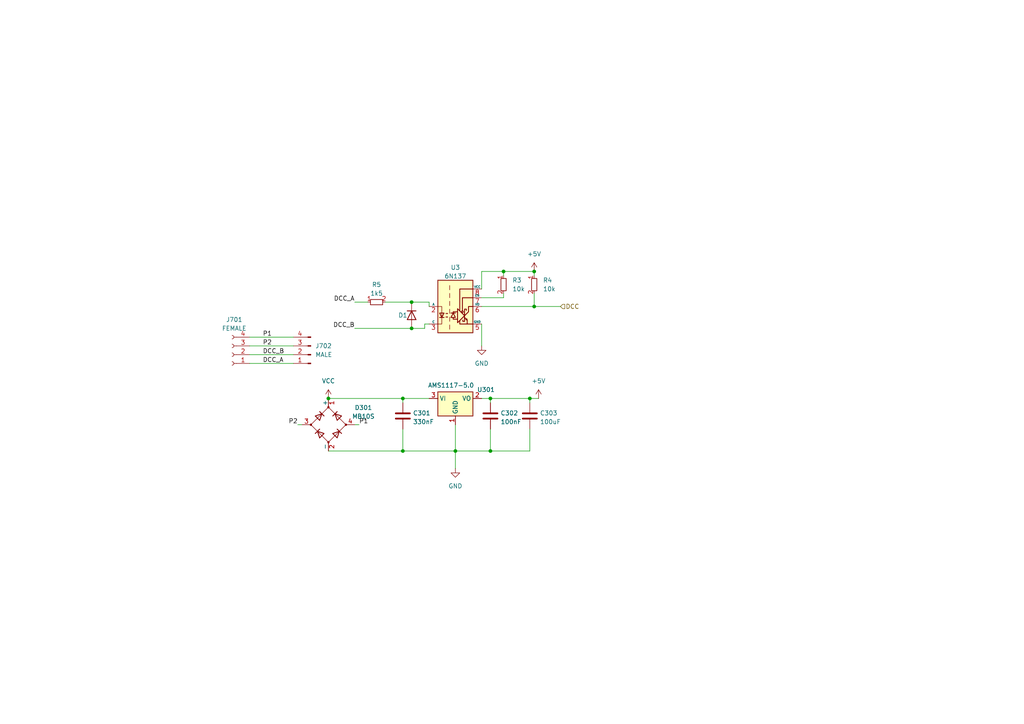
<source format=kicad_sch>
(kicad_sch (version 20231120) (generator "eeschema") (generator_version "8.0")
  (paper "A4")
  (lib_symbols
    (symbol "Device:C" (pin_numbers hide) (pin_names (offset 0.254))
      (property "Reference" "C" (at 0.635 2.54 0))
      (property "Value" "C" (at 0.635 -2.54 0))
      (symbol "C_0_1"
        (polyline (pts (xy -2.032 -0.762) (xy 2.032 -0.762)) (stroke (width 0.508)))
        (polyline (pts (xy -2.032 0.762) (xy 2.032 0.762)) (stroke (width 0.508)))
      )
      (symbol "C_1_1"
        (pin passive line (at 0 3.81 270) (length 2.794) (name "~") (number "1"))
        (pin passive line (at 0 -3.81 90) (length 2.794) (name "~") (number "2"))
      )
    )
    (symbol "Device:D" (pin_numbers hide) (pin_names (offset 1.016) hide)
      (property "Reference" "D" (at 0 2.54 0))
      (property "Value" "D" (at 0 -2.54 0))
      (symbol "D_0_1"
        (polyline (pts (xy -1.27 1.27) (xy -1.27 -1.27)) (stroke (width 0.254)))
        (polyline (pts (xy 1.27 0) (xy -1.27 0)))
        (polyline (pts (xy 1.27 1.27) (xy 1.27 -1.27) (xy -1.27 0) (xy 1.27 1.27)) (stroke (width 0.254)))
      )
      (symbol "D_1_1"
        (pin passive line (at -3.81 0 0) (length 2.54) (name "K") (number "1"))
        (pin passive line (at 3.81 0 180) (length 2.54) (name "A") (number "2"))
      )
    )
    (symbol "Isolator:6N137" (pin_names (offset 0))
      (property "Reference" "U" (at -4.064 8.89 0))
      (property "Value" "6N137" (at 0 -8.89 0))
      (symbol "6N137_0_1"
        (polyline (pts (xy 2.667 -3.556) (xy 2.667 -1.651)) (stroke (width 0.254)))
        (polyline (pts (xy 2.667 -2.159) (xy 2.667 -2.921)) (stroke (width 0.254)))
        (polyline (pts (xy 3.429 -3.937) (xy 3.429 -5.08)) (stroke (width 0.254)))
        (polyline (pts (xy -0.635 -3.302) (xy -0.635 -3.683) (xy 0.635 -3.683)) (stroke (width 0.254)))
        (polyline (pts (xy -0.635 -1.905) (xy -0.635 -1.524) (xy 0.508 -1.524)) (stroke (width 0.254)))
        (polyline (pts (xy 1.27 -4.064) (xy 1.27 -5.08) (xy 5.08 -5.08)) (stroke (width 0.254)))
        (polyline (pts (xy 1.27 -1.27) (xy 1.27 5.08) (xy 5.08 5.08)) (stroke (width 0.254)))
        (polyline (pts (xy 2.032 -1.27) (xy 2.032 2.54) (xy 5.08 2.54)) (stroke (width 0.254)))
        (polyline (pts (xy -5.08 -5.08) (xy -3.937 -5.08) (xy -3.937 0) (xy -5.08 0)))
        (polyline (pts (xy 2.667 -3.302) (xy 2.667 -4.318) (xy 2.159 -4.318) (xy 2.159 -3.937)) (stroke (width 0.254)))
        (polyline (pts (xy 2.667 -2.667) (xy 0.635 -4.699) (xy 0.635 -0.635) (xy 2.667 -2.667)) (stroke (width 0.254)))
        (polyline (pts (xy 2.667 -1.778) (xy 2.667 -0.762) (xy 3.175 -0.762) (xy 3.175 -1.143)) (stroke (width 0.254)))
        (polyline (pts (xy 2.794 -2.54) (xy 3.81 -1.524) (xy 3.81 0) (xy 5.08 0)) (stroke (width 0.254)))
        (polyline (pts (xy 2.667 -3.175) (xy 3.429 -3.937) (xy 3.302 -3.556) (xy 3.048 -3.81) (xy 3.429 -3.937)) (stroke (width 0.254)))
        (circle (center 2.032 -1.524) (radius 0.254) (stroke (width 0.254)))
      )
      (symbol "6N137_1_1"
        (rectangle (start -5.08 7.62) (end 5.08 -7.62) (stroke (width 0.254)) (fill (type background)))
        (polyline (pts (xy -4.572 -3.175) (xy -3.302 -3.175)) (stroke (width 0.254)))
        (polyline (pts (xy -1.651 -5.334) (xy -1.651 -6.604)))
        (polyline (pts (xy -1.651 -3.048) (xy -1.651 -4.318)))
        (polyline (pts (xy -1.651 -0.762) (xy -1.651 -2.032)))
        (polyline (pts (xy -1.651 1.524) (xy -1.651 0.254)))
        (polyline (pts (xy -1.651 3.81) (xy -1.651 2.54)))
        (polyline (pts (xy -1.651 6.096) (xy -1.651 4.826)))
        (polyline (pts (xy -1.27 -1.905) (xy 0 -1.905)) (stroke (width 0.254)))
        (polyline (pts (xy -3.937 -3.175) (xy -4.572 -1.905) (xy -3.302 -1.905) (xy -3.937 -3.175)) (stroke (width 0.254)))
        (polyline (pts (xy -0.635 -1.905) (xy -1.27 -3.175) (xy 0 -3.175) (xy -0.635 -1.905)) (stroke (width 0.254)))
        (polyline (pts (xy -2.921 -3.048) (xy -2.159 -3.048) (xy -2.54 -3.175) (xy -2.54 -2.921) (xy -2.159 -3.048)) (stroke (width 0.127)))
        (polyline (pts (xy -2.921 -2.032) (xy -2.159 -2.032) (xy -2.54 -2.159) (xy -2.54 -1.905) (xy -2.159 -2.032)) (stroke (width 0.127)))
        (pin no_connect line (at -5.08 5.08 0) (length 2.54) hide (name "NC") (number "1"))
        (pin passive line (at -7.62 0 0) (length 2.54) (name "A") (number "2"))
        (pin passive line (at -7.62 -5.08 0) (length 2.54) (name "C") (number "3"))
        (pin power_in line (at 7.62 -5.08 180) (length 2.54) (name "GND") (number "5"))
        (pin open_collector line (at 7.62 0 180) (length 2.54) (name "VO") (number "6"))
        (pin input line (at 7.62 2.54 180) (length 2.54) (name "EN") (number "7"))
        (pin power_in line (at 7.62 5.08 180) (length 2.54) (name "VCC") (number "8"))
      )
    )
    (symbol "custom_kicad_lib_sk:AMS1117-5.0"
      (property "Reference" "U" (at -3.81 3.175 0))
      (property "Value" "AMS1117-5.0" (at 0 3.175 0))
      (symbol "AMS1117-5.0_0_1"
        (rectangle (start -5.08 1.905) (end 5.08 -5.08) (stroke (width 0.254)) (fill (type background)))
      )
      (symbol "AMS1117-5.0_1_1"
        (pin power_in line (at 0 -7.62 90) (length 2.54) (name "GND") (number "1"))
        (pin power_out line (at 7.62 0 180) (length 2.54) (name "VO") (number "2"))
        (pin power_in line (at -7.62 0 0) (length 2.54) (name "VI") (number "3"))
      )
    )
    (symbol "custom_kicad_lib_sk:MB10S" (pin_names (offset 0))
      (property "Reference" "D" (at 2.54 6.985 0))
      (property "Value" "MB10S" (at 2.54 5.08 0))
      (symbol "MB10S_0_1"
        (circle (center -5.08 0) (radius 0.254) (fill (type outline)))
        (circle (center 0 -5.08) (radius 0.254) (fill (type outline)))
        (polyline (pts (xy -2.54 3.81) (xy -1.27 2.54)) (stroke (width 0.254)))
        (polyline (pts (xy -1.27 -2.54) (xy -2.54 -3.81)) (stroke (width 0.254)))
        (polyline (pts (xy 2.54 -1.27) (xy 3.81 -2.54)) (stroke (width 0.254)))
        (polyline (pts (xy 2.54 1.27) (xy 3.81 2.54)) (stroke (width 0.254)))
        (polyline (pts (xy -3.81 2.54) (xy -2.54 1.27) (xy -1.905 3.175) (xy -3.81 2.54)) (stroke (width 0.254)))
        (polyline (pts (xy -2.54 -1.27) (xy -3.81 -2.54) (xy -1.905 -3.175) (xy -2.54 -1.27)) (stroke (width 0.254)))
        (polyline (pts (xy 1.27 2.54) (xy 2.54 3.81) (xy 3.175 1.905) (xy 1.27 2.54)) (stroke (width 0.254)))
        (polyline (pts (xy 3.175 -1.905) (xy 1.27 -2.54) (xy 2.54 -3.81) (xy 3.175 -1.905)) (stroke (width 0.254)))
        (polyline (pts (xy -5.08 0) (xy 0 -5.08) (xy 5.08 0) (xy 0 5.08) (xy -5.08 0)))
        (circle (center 0 5.08) (radius 0.254) (fill (type outline)))
        (circle (center 5.08 0) (radius 0.254) (fill (type outline)))
      )
      (symbol "MB10S_1_1"
        (pin passive line (at 7.62 0 180) (length 2.54) (name "+") (number "1"))
        (pin passive line (at -7.62 0 0) (length 2.54) (name "-") (number "2"))
        (pin passive line (at 0 7.62 270) (length 2.54) (name "~") (number "3"))
        (pin passive line (at 0 -7.62 90) (length 2.54) (name "~") (number "4"))
      )
    )
    (symbol "custom_kicad_lib_sk:connector_3.50mm_4P_horizontal_FEMALE" (pin_names (offset 1.016) hide)
      (property "Reference" "J" (at 0 5.08 0))
      (property "Value" "FEMALE" (at 0 -7.62 0))
      (symbol "connector_3.50mm_4P_horizontal_FEMALE_1_1"
        (arc (start 0 -4.572) (mid -0.5058 -5.08) (end 0 -5.588) (stroke (width 0.1524)))
        (arc (start 0 -2.032) (mid -0.5058 -2.54) (end 0 -3.048) (stroke (width 0.1524)))
        (polyline (pts (xy -1.27 -5.08) (xy -0.508 -5.08)) (stroke (width 0.1524)))
        (polyline (pts (xy -1.27 -2.54) (xy -0.508 -2.54)) (stroke (width 0.1524)))
        (polyline (pts (xy -1.27 0) (xy -0.508 0)) (stroke (width 0.1524)))
        (polyline (pts (xy -1.27 2.54) (xy -0.508 2.54)) (stroke (width 0.1524)))
        (arc (start 0 0.508) (mid -0.5058 0) (end 0 -0.508) (stroke (width 0.1524)))
        (arc (start 0 3.048) (mid -0.5058 2.54) (end 0 2.032) (stroke (width 0.1524)))
        (pin passive line (at -5.08 2.54 0) (length 3.81) (name "Pin_1") (number "1"))
        (pin passive line (at -5.08 0 0) (length 3.81) (name "Pin_2") (number "2"))
        (pin passive line (at -5.08 -2.54 0) (length 3.81) (name "Pin_3") (number "3"))
        (pin passive line (at -5.08 -5.08 0) (length 3.81) (name "Pin_4") (number "4"))
      )
    )
    (symbol "custom_kicad_lib_sk:connector_3.50mm_4P_horizontal_MALE" (pin_names (offset 1.016) hide)
      (property "Reference" "J" (at 0 5.08 0))
      (property "Value" "MALE" (at 0 -7.62 0))
      (symbol "connector_3.50mm_4P_horizontal_MALE_1_1"
        (rectangle (start -4.2164 -4.953) (end -5.08 -5.207) (stroke (width 0.1524)) (fill (type outline)))
        (rectangle (start -4.2164 -2.413) (end -5.08 -2.667) (stroke (width 0.1524)) (fill (type outline)))
        (rectangle (start -4.2164 0.127) (end -5.08 -0.127) (stroke (width 0.1524)) (fill (type outline)))
        (rectangle (start -4.2164 2.667) (end -5.08 2.413) (stroke (width 0.1524)) (fill (type outline)))
        (polyline (pts (xy -3.81 -5.08) (xy -4.2164 -5.08)) (stroke (width 0.1524)))
        (polyline (pts (xy -3.81 -2.54) (xy -4.2164 -2.54)) (stroke (width 0.1524)))
        (polyline (pts (xy -3.81 0) (xy -4.2164 0)) (stroke (width 0.1524)))
        (polyline (pts (xy -3.81 2.54) (xy -4.2164 2.54)) (stroke (width 0.1524)))
        (pin passive line (at 0 2.54 180) (length 3.81) (name "Pin_1") (number "1"))
        (pin passive line (at 0 0 180) (length 3.81) (name "Pin_2") (number "2"))
        (pin passive line (at 0 -2.54 180) (length 3.81) (name "Pin_3") (number "3"))
        (pin passive line (at 0 -5.08 180) (length 3.81) (name "Pin_4") (number "4"))
      )
    )
    (symbol "power:+5V" (power) (pin_numbers hide) (pin_names (offset 0) hide)
      (property "Value" "+5V" (at 0 3.556 0))
      (symbol "+5V_0_1"
        (polyline (pts (xy -0.762 1.27) (xy 0 2.54)))
        (polyline (pts (xy 0 0) (xy 0 2.54)))
        (polyline (pts (xy 0 2.54) (xy 0.762 1.27)))
      )
      (symbol "+5V_1_1"
        (pin power_in line (at 0 0 90) (length 0) (name "~") (number "1"))
      )
    )
    (symbol "power:GND" (power) (pin_numbers hide) (pin_names (offset 0) hide)
      (property "Value" "GND" (at 0 -3.81 0))
      (symbol "GND_0_1"
        (polyline (pts (xy 0 0) (xy 0 -1.27) (xy 1.27 -1.27) (xy 0 -2.54) (xy -1.27 -1.27) (xy 0 -1.27)))
      )
      (symbol "GND_1_1"
        (pin power_in line (at 0 0 270) (length 0) (name "~") (number "1"))
      )
    )
    (symbol "power:VCC" (power) (pin_numbers hide) (pin_names (offset 0) hide)
      (property "Value" "VCC" (at 0 3.556 0))
      (symbol "VCC_0_1"
        (polyline (pts (xy -0.762 1.27) (xy 0 2.54)))
        (polyline (pts (xy 0 0) (xy 0 2.54)))
        (polyline (pts (xy 0 2.54) (xy 0.762 1.27)))
      )
      (symbol "VCC_1_1"
        (pin power_in line (at 0 0 90) (length 0) (name "~") (number "1"))
      )
    )
    (symbol "resistors_0603:R_10k_0603"
      (property "Reference" "R" (at 1.27 2.54 0))
      (property "Value" "10k" (at 2.54 -2.54 0))
      (symbol "R_10k_0603_0_1"
        (rectangle (start -0.762 1.778) (end 0.762 -1.778) (stroke (width 0.2032)))
      )
      (symbol "R_10k_0603_1_1"
        (pin passive line (at 0 2.54 270) (length 0.762) (name "~") (number "1"))
        (pin passive line (at 0 -2.54 90) (length 0.762) (name "~") (number "2"))
      )
    )
    (symbol "resistors_0603:R_1k5_0603"
      (property "Reference" "R" (at 1.27 2.54 0))
      (property "Value" "1k5" (at 2.54 -2.54 0))
      (symbol "R_1k5_0603_0_1"
        (rectangle (start -0.762 1.778) (end 0.762 -1.778) (stroke (width 0.2032)))
      )
      (symbol "R_1k5_0603_1_1"
        (pin passive line (at 0 2.54 270) (length 0.762) (name "~") (number "1"))
        (pin passive line (at 0 -2.54 90) (length 0.762) (name "~") (number "2"))
      )
    )
  )
  (junction (at 142.24 130.81))
  (junction (at 119.38 95.25))
  (junction (at 154.94 88.9))
  (junction (at 119.38 87.63))
  (junction (at 116.84 130.81))
  (junction (at 154.94 78.74))
  (junction (at 153.67 115.57))
  (junction (at 142.24 115.57))
  (junction (at 95.25 115.57))
  (junction (at 116.84 115.57))
  (junction (at 146.05 78.74))
  (junction (at 132.08 130.81))
  (wire (pts (xy 72.39 97.79) (xy 85.09 97.79)))
  (wire (pts (xy 139.7 93.98) (xy 139.7 100.33)))
  (wire (pts (xy 153.67 124.46) (xy 153.67 130.81)))
  (wire (pts (xy 116.84 115.57) (xy 124.46 115.57)))
  (wire (pts (xy 142.24 116.84) (xy 142.24 115.57)))
  (wire (pts (xy 86.36 123.19) (xy 87.63 123.19)))
  (wire (pts (xy 154.94 88.9) (xy 162.56 88.9)))
  (wire (pts (xy 146.05 78.74) (xy 146.05 80.01)))
  (wire (pts (xy 146.05 85.09) (xy 146.05 86.36)))
  (wire (pts (xy 132.08 123.19) (xy 132.08 130.81)))
  (wire (pts (xy 154.94 78.74) (xy 154.94 80.01)))
  (wire (pts (xy 116.84 115.57) (xy 116.84 116.84)))
  (wire (pts (xy 139.7 88.9) (xy 154.94 88.9)))
  (wire (pts (xy 72.39 105.41) (xy 85.09 105.41)))
  (wire (pts (xy 132.08 130.81) (xy 142.24 130.81)))
  (wire (pts (xy 146.05 78.74) (xy 154.94 78.74)))
  (wire (pts (xy 119.38 87.63) (xy 124.46 87.63)))
  (wire (pts (xy 153.67 115.57) (xy 156.21 115.57)))
  (wire (pts (xy 132.08 130.81) (xy 132.08 135.89)))
  (wire (pts (xy 95.25 130.81) (xy 116.84 130.81)))
  (wire (pts (xy 119.38 95.25) (xy 123.19 95.25)))
  (wire (pts (xy 139.7 78.74) (xy 146.05 78.74)))
  (wire (pts (xy 116.84 124.46) (xy 116.84 130.81)))
  (wire (pts (xy 123.19 93.98) (xy 123.19 95.25)))
  (wire (pts (xy 102.87 95.25) (xy 119.38 95.25)))
  (wire (pts (xy 142.24 124.46) (xy 142.24 130.81)))
  (wire (pts (xy 124.46 88.9) (xy 124.46 87.63)))
  (wire (pts (xy 142.24 130.81) (xy 153.67 130.81)))
  (wire (pts (xy 153.67 116.84) (xy 153.67 115.57)))
  (wire (pts (xy 72.39 102.87) (xy 85.09 102.87)))
  (wire (pts (xy 142.24 115.57) (xy 153.67 115.57)))
  (wire (pts (xy 139.7 86.36) (xy 146.05 86.36)))
  (wire (pts (xy 139.7 83.82) (xy 139.7 78.74)))
  (wire (pts (xy 139.7 115.57) (xy 142.24 115.57)))
  (wire (pts (xy 95.25 115.57) (xy 116.84 115.57)))
  (wire (pts (xy 102.87 123.19) (xy 104.14 123.19)))
  (wire (pts (xy 116.84 130.81) (xy 132.08 130.81)))
  (wire (pts (xy 111.76 87.63) (xy 119.38 87.63)))
  (wire (pts (xy 154.94 85.09) (xy 154.94 88.9)))
  (wire (pts (xy 72.39 100.33) (xy 85.09 100.33)))
  (wire (pts (xy 102.87 87.63) (xy 106.68 87.63)))
  (wire (pts (xy 124.46 93.98) (xy 123.19 93.98)))
  (label "DCC_B" (at 76.2 102.87 0))
  (label "P2" (at 86.36 123.19 180))
  (label "P1" (at 104.14 123.19 0))
  (label "DCC_B" (at 102.87 95.25 180))
  (label "DCC_A" (at 102.87 87.63 180))
  (label "DCC_A" (at 76.2 105.41 0))
  (label "P2" (at 76.2 100.33 0))
  (label "P1" (at 76.2 97.79 0))
  (hierarchical_label "DCC" (shape input) (at 162.56 88.9 0))
  (symbol (lib_id "custom_kicad_lib_sk:MB10S") (at 95.25 123.19 90) (unit 1)
    (property "Reference" "D301" (at 105.41 118.2368 90))
    (property "Value" "MB10S" (at 105.41 120.7768 90))
    (property "Footprint" "Package_TO_SOT_SMD:TO-269AA" (effects (hide yes)))
    (property "Description" "Diode bridge, +ve/-ve/AC/AC" (effects (hide yes)))
    (property "JLCPCB Part#" "C2488" (effects (hide yes)))
  )
  (symbol (lib_id "power:GND") (at 132.08 135.89 0) (unit 1)
    (property "Reference" "#PWR010" (effects (hide yes)))
    (property "Value" "GND" (at 132.08 140.97 0))
    (property "Description" "Power symbol creates a global label with name \"GND\" , ground" (effects (hide yes)))
  )
  (symbol (lib_id "custom_kicad_lib_sk:AMS1117-5.0") (at 132.08 115.57 0) (unit 1)
    (property "Reference" "U301" (at 140.97 113.03 0))
    (property "Value" "AMS1117-5.0" (at 130.81 111.76 0))
    (property "Footprint" "Package_TO_SOT_SMD:SOT-223-3_TabPin2" (effects (hide yes)))
    (property "Datasheet" "http://www.advanced-monolithic.com/pdf/ds1117.pdf" (effects (hide yes)))
    (property "Description" "1A Low Dropout regulator, positive, 5.0V fixed output, SOT-223" (effects (hide yes)))
    (property "JLCPCB Part#" "C6187" (effects (hide yes)))
  )
  (symbol (lib_id "power:+5V") (at 156.21 115.57 0) (unit 1)
    (property "Reference" "#PWR011" (effects (hide yes)))
    (property "Value" "+5V" (at 156.21 110.49 0))
    (property "Description" "Power symbol creates a global label with name \"+5V\"" (effects (hide yes)))
  )
  (symbol (lib_id "Device:C") (at 142.24 120.65 0) (unit 1)
    (property "Reference" "C302" (at 145.161 119.8153 0) (effects (justify left)))
    (property "Value" "100nF" (at 145.161 122.3522 0) (effects (justify left)))
    (property "Footprint" "Capacitor_SMD:C_0603_1608Metric_Pad1.08x0.95mm_HandSolder" (effects (hide yes)))
    (property "JLCPCB Part#" "C14663" (effects (hide yes)))
  )
  (symbol (lib_id "resistors_0603:R_10k_0603") (at 146.05 82.55 0) (unit 1)
    (property "Reference" "R3" (at 148.59 81.2799 0) (effects (justify left)))
    (property "Value" "10k" (at 148.59 83.8199 0) (effects (justify left)))
    (property "Footprint" "custom_kicad_lib_sk:R_0603_smalltext" (effects (hide yes)))
    (property "JLCPCB Part#" "C25804" (effects (hide yes)))
  )
  (symbol (lib_id "Device:C") (at 153.67 120.65 0) (unit 1)
    (property "Reference" "C303" (at 156.591 119.8153 0) (effects (justify left)))
    (property "Value" "100uF" (at 156.591 122.3522 0) (effects (justify left)))
    (property "Footprint" "Capacitor_SMD:C_1206_3216Metric_Pad1.33x1.80mm_HandSolder" (effects (hide yes)))
    (property "JLCPCB Part#" "C15008" (effects (hide yes)))
  )
  (symbol (lib_id "power:VCC") (at 95.25 115.57 0) (unit 1)
    (property "Reference" "#PWR012" (effects (hide yes)))
    (property "Value" "VCC" (at 95.25 110.49 0))
    (property "Description" "Power symbol creates a global label with name \"VCC\"" (effects (hide yes)))
  )
  (symbol (lib_id "power:GND") (at 139.7 100.33 0) (unit 1)
    (property "Reference" "#PWR09" (effects (hide yes)))
    (property "Value" "GND" (at 139.7 105.41 0))
    (property "Description" "Power symbol creates a global label with name \"GND\" , ground" (effects (hide yes)))
  )
  (symbol (lib_id "resistors_0603:R_10k_0603") (at 154.94 82.55 0) (unit 1)
    (property "Reference" "R4" (at 157.48 81.2799 0) (effects (justify left)))
    (property "Value" "10k" (at 157.48 83.8199 0) (effects (justify left)))
    (property "Footprint" "custom_kicad_lib_sk:R_0603_smalltext" (effects (hide yes)))
    (property "JLCPCB Part#" "C25804" (effects (hide yes)))
  )
  (symbol (lib_id "custom_kicad_lib_sk:connector_3.50mm_4P_horizontal_MALE") (at 85.09 102.87 180) (unit 1)
    (property "Reference" "J702" (at 91.44 100.3299 0) (effects (justify right)))
    (property "Value" "MALE" (at 91.44 102.8699 0) (effects (justify right)))
    (property "Footprint" "custom_kicad_lib_sk:connector_3.50mm_4P horizontal_MALE" (effects (hide yes)))
    (property "Description" "Generic connector, single row, 01x04, script generated" (effects (hide yes)))
  )
  (symbol (lib_id "Isolator:6N137") (at 132.08 88.9 0) (unit 1)
    (property "Reference" "U3" (at 132.08 77.5802 0))
    (property "Value" "6N137" (at 132.08 80.1171 0))
    (property "Footprint" "Package_SO:SOP-8_6.62x9.15mm_P2.54mm" (effects (hide yes)))
    (property "Datasheet" "https://datasheet.lcsc.com/szlcsc/1908282202_Everlight-Elec-6N137S1-TA_C110020.pdf" (effects (hide yes)))
    (property "JLCPCB Part#" "C110020" (effects (hide yes)))
  )
  (symbol (lib_id "power:+5V") (at 154.94 78.74 0) (unit 1)
    (property "Reference" "#PWR08" (effects (hide yes)))
    (property "Value" "+5V" (at 154.94 73.66 0))
    (property "Description" "Power symbol creates a global label with name \"+5V\"" (effects (hide yes)))
  )
  (symbol (lib_id "Device:D") (at 119.38 91.44 270) (unit 1)
    (property "Reference" "D1" (at 116.84 91.44 90))
    (property "Value" "D" (effects (hide yes)))
    (property "Footprint" "Diode_SMD:D_SOD-323" (effects (hide yes)))
    (property "JLCPCB Part#" "C2128" (effects (hide yes)))
  )
  (symbol (lib_id "Device:C") (at 116.84 120.65 0) (unit 1)
    (property "Reference" "C301" (at 119.761 119.8153 0) (effects (justify left)))
    (property "Value" "330nF" (at 119.761 122.3522 0) (effects (justify left)))
    (property "Footprint" "Capacitor_SMD:C_0603_1608Metric_Pad1.08x0.95mm_HandSolder" (effects (hide yes)))
    (property "JLCPCB Part#" "C1615" (effects (hide yes)))
  )
  (symbol (lib_id "custom_kicad_lib_sk:connector_3.50mm_4P_horizontal_FEMALE") (at 67.31 102.87 180) (unit 1)
    (property "Reference" "J701" (at 67.945 92.71 0))
    (property "Value" "FEMALE" (at 67.945 95.25 0))
    (property "Footprint" "Connector_Phoenix_MC:PhoenixContact_MC_1,5_4-G-3.5_1x04_P3.50mm_Horizontal" (effects (hide yes)))
    (property "Description" "Generic connector, single row, 01x04, script generated" (effects (hide yes)))
    (property "JLCPCB Part#" "C395831" (effects (hide yes)))
  )
  (symbol (lib_id "resistors_0603:R_1k5_0603") (at 109.22 87.63 90) (unit 1)
    (property "Reference" "R5" (at 109.22 82.55 90))
    (property "Value" "1k5" (at 109.22 85.09 90))
    (property "Footprint" "custom_kicad_lib_sk:R_0603_smalltext" (effects (hide yes)))
    (property "JLCPCB Part#" "C22843" (effects (hide yes)))
  )
)
</source>
